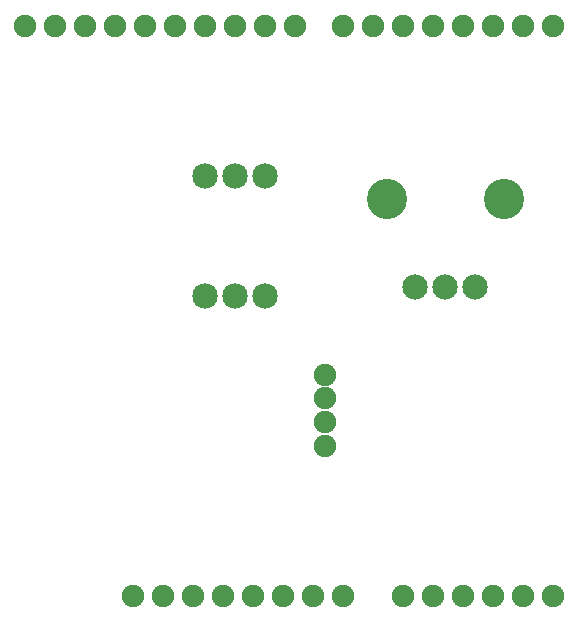
<source format=gbs>
G04 MADE WITH FRITZING*
G04 WWW.FRITZING.ORG*
G04 DOUBLE SIDED*
G04 HOLES PLATED*
G04 CONTOUR ON CENTER OF CONTOUR VECTOR*
%ASAXBY*%
%FSLAX23Y23*%
%MOIN*%
%OFA0B0*%
%SFA1.0B1.0*%
%ADD10C,0.084667*%
%ADD11C,0.084695*%
%ADD12C,0.134033*%
%ADD13C,0.075278*%
%ADD14C,0.075000*%
%ADD15C,0.085000*%
%LNMASK0*%
G90*
G70*
G54D10*
X2043Y1137D03*
X2143Y1137D03*
G54D11*
X2243Y1137D03*
G54D12*
X1949Y1432D03*
X2337Y1432D03*
G54D13*
X2102Y109D03*
X2202Y109D03*
X2303Y109D03*
X2403Y109D03*
X2503Y109D03*
X1642Y2009D03*
X1543Y2009D03*
X1442Y2009D03*
X1342Y2009D03*
X1242Y2009D03*
X1142Y2009D03*
X1042Y2009D03*
X942Y2009D03*
X842Y2009D03*
X742Y2009D03*
X2503Y2009D03*
X2403Y2009D03*
X2303Y2009D03*
X2202Y2009D03*
X2102Y2009D03*
X2003Y2009D03*
X1903Y2009D03*
X1802Y2009D03*
X1202Y109D03*
X1102Y109D03*
X1302Y109D03*
X1403Y109D03*
X1503Y109D03*
X1602Y109D03*
X1702Y109D03*
X1802Y109D03*
X2003Y109D03*
G54D14*
X1742Y845D03*
X1742Y767D03*
X1742Y688D03*
X1742Y609D03*
G54D15*
X1342Y1509D03*
X1342Y1109D03*
X1442Y1509D03*
X1442Y1109D03*
X1542Y1509D03*
X1542Y1109D03*
G04 End of Mask0*
M02*
</source>
